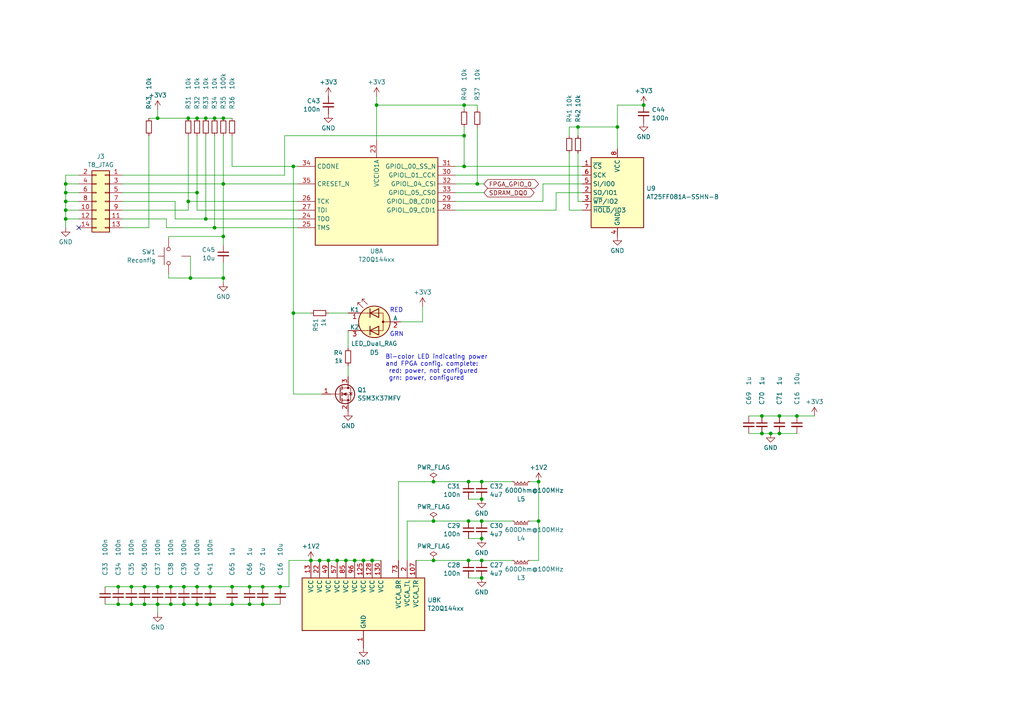
<source format=kicad_sch>
(kicad_sch (version 20230121) (generator eeschema)
  (paper "A4")
  (lib_symbols
    (symbol "Connector_Generic:Conn_02x07_Odd_Even" (pin_names (offset 1.016) hide)
      (property "Reference" "J" (at 1.27 10.16 0))
      (property "Value" "Conn_02x07_Odd_Even" (at 1.27 -10.16 0))
      (symbol "Conn_02x07_Odd_Even_1_1"
        (pin passive line (at -5.08 7.62 0) (length 3.81) (name "Pin_1") (number "1"))
        (pin passive line (at 7.62 -2.54 180) (length 3.81) (name "Pin_10") (number "10"))
        (pin passive line (at -5.08 -5.08 0) (length 3.81) (name "Pin_11") (number "11"))
        (pin passive line (at 7.62 -5.08 180) (length 3.81) (name "Pin_12") (number "12"))
        (pin passive line (at -5.08 -7.62 0) (length 3.81) (name "Pin_13") (number "13"))
        (pin passive line (at 7.62 -7.62 180) (length 3.81) (name "Pin_14") (number "14"))
        (pin passive line (at 7.62 7.62 180) (length 3.81) (name "Pin_2") (number "2"))
        (pin passive line (at -5.08 5.08 0) (length 3.81) (name "Pin_3") (number "3"))
        (pin passive line (at 7.62 5.08 180) (length 3.81) (name "Pin_4") (number "4"))
        (pin passive line (at -5.08 2.54 0) (length 3.81) (name "Pin_5") (number "5"))
        (pin passive line (at 7.62 2.54 180) (length 3.81) (name "Pin_6") (number "6"))
        (pin passive line (at -5.08 0 0) (length 3.81) (name "Pin_7") (number "7"))
        (pin passive line (at 7.62 0 180) (length 3.81) (name "Pin_8") (number "8"))
        (pin passive line (at -5.08 -2.54 0) (length 3.81) (name "Pin_9") (number "9"))
      )
    )
    (symbol "Device:C_Small" (pin_numbers hide) (pin_names (offset 0.254) hide)
      (property "Reference" "C" (at 0.254 1.778 0))
      (property "Value" "C_Small" (at 0.254 -2.032 0))
      (symbol "C_Small_1_1"
        (pin passive line (at 0 2.54 270) (length 2.032) (name "~") (number "1"))
        (pin passive line (at 0 -2.54 90) (length 2.032) (name "~") (number "2"))
      )
    )
    (symbol "Device:LED_Dual_KAK" (pin_names (offset 0))
      (property "Reference" "D" (at 0 5.715 0))
      (property "Value" "LED_Dual_KAK" (at 0 -6.35 0))
      (symbol "LED_Dual_KAK_1_1"
        (pin input line (at 7.62 2.54 180) (length 3.81) (name "K1") (number "1"))
        (pin input line (at -7.62 0 0) (length 3.048) (name "A") (number "2"))
        (pin input line (at 7.62 -2.54 180) (length 3.81) (name "K2") (number "3"))
      )
    )
    (symbol "Device:L_Ferrite_Small" (pin_numbers hide) (pin_names (offset 0.254) hide)
      (property "Reference" "L" (at 1.27 1.016 0))
      (property "Value" "L_Ferrite_Small" (at 1.27 -1.27 0))
      (symbol "L_Ferrite_Small_1_1"
        (pin passive line (at 0 2.54 270) (length 0.508) (name "~") (number "1"))
        (pin passive line (at 0 -2.54 90) (length 0.508) (name "~") (number "2"))
      )
    )
    (symbol "Device:Q_NMOS_GSD" (pin_names (offset 0) hide)
      (property "Reference" "Q" (at 5.08 1.27 0))
      (property "Value" "Q_NMOS_GSD" (at 5.08 -1.27 0))
      (symbol "Q_NMOS_GSD_1_1"
        (pin input line (at -5.08 0 0) (length 2.54) (name "G") (number "1"))
        (pin passive line (at 2.54 -5.08 90) (length 2.54) (name "S") (number "2"))
        (pin passive line (at 2.54 5.08 270) (length 2.54) (name "D") (number "3"))
      )
    )
    (symbol "Device:R_Small" (pin_numbers hide) (pin_names (offset 0.254) hide)
      (property "Reference" "R" (at 0.762 0.508 0))
      (property "Value" "R_Small" (at 0.762 -1.016 0))
      (symbol "R_Small_1_1"
        (pin passive line (at 0 2.54 270) (length 0.762) (name "~") (number "1"))
        (pin passive line (at 0 -2.54 90) (length 0.762) (name "~") (number "2"))
      )
    )
    (symbol "FPGA_Efinix_Trion:T8Q144xx"
      (property "Reference" "U" (at -24.13 16.51 0))
      (property "Value" "T8Q144xx" (at 19.05 -16.51 0))
      (symbol "T8Q144xx_1_1"
        (pin power_in line (at 0 17.78 270) (length 5.08) (name "VCCIO1A") (number "23"))
        (pin output line (at -22.86 -5.08 0) (length 5.08) (name "TDO") (number "24"))
        (pin input line (at -22.86 -7.62 0) (length 5.08) (name "TMS") (number "25"))
        (pin input line (at -22.86 0 0) (length 5.08) (name "TCK") (number "26"))
        (pin input line (at -22.86 -2.54 0) (length 5.08) (name "TDI") (number "27"))
        (pin bidirectional line (at 22.86 -2.54 180) (length 5.08) (name "GPIOL_09_CDI1") (number "28"))
        (pin bidirectional line (at 22.86 0 180) (length 5.08) (name "GPIOL_08_CDI0") (number "29"))
        (pin bidirectional line (at 22.86 7.62 180) (length 5.08) (name "GPIOL_01_CCK") (number "30"))
        (pin bidirectional line (at 22.86 10.16 180) (length 5.08) (name "GPIOL_00_SS_N") (number "31"))
        (pin bidirectional line (at 22.86 5.08 180) (length 5.08) (name "GPIOL_04_CSI") (number "32"))
        (pin bidirectional line (at 22.86 2.54 180) (length 5.08) (name "GPIOL_05_CSO") (number "33"))
        (pin bidirectional line (at -22.86 10.16 0) (length 5.08) (name "CDONE") (number "34"))
        (pin bidirectional line (at -22.86 5.08 0) (length 5.08) (name "CRESET_N") (number "35"))
      )
      (symbol "T8Q144xx_2_1"
        (pin bidirectional line (at 27.94 0 180) (length 5.08) (name "GPIOL_25_CLK1") (number "14"))
        (pin bidirectional line (at 27.94 2.54 180) (length 5.08) (name "GPIOL_24_CLK0") (number "15"))
        (pin bidirectional line (at 27.94 5.08 180) (length 5.08) (name "GPIOL_22_CTRL2") (number "16"))
        (pin bidirectional line (at -27.94 -2.54 0) (length 5.08) (name "GPIOL_21_CTRL1_CDI5") (number "17"))
        (pin bidirectional line (at -27.94 0 0) (length 5.08) (name "GPIOL_20_CTRL0_CDI4") (number "18"))
        (pin bidirectional line (at -27.94 2.54 0) (length 5.08) (name "GPIOL_13_CDI3") (number "19"))
        (pin bidirectional line (at -27.94 5.08 0) (length 5.08) (name "GPIOL_12_CDI2") (number "20"))
        (pin power_in line (at 0 12.7 270) (length 5.08) (name "VCCIO1B") (number "21"))
      )
      (symbol "T8Q144xx_3_1"
        (pin bidirectional line (at -27.94 2.54 0) (length 5.08) (name "GPIOL_32_CTRL4_CDI7") (number "10"))
        (pin bidirectional line (at -27.94 5.08 0) (length 5.08) (name "GPIOL_31_CLK7_CDI6") (number "11"))
        (pin power_in line (at 0 12.7 270) (length 5.08) (name "VCCIO1C_1D") (number "12"))
        (pin bidirectional line (at 27.94 2.54 180) (length 5.08) (name "GPIOL_53_CDI10") (number "3"))
        (pin bidirectional line (at 27.94 0 180) (length 5.08) (name "GPIOL_54_CDI11") (number "4"))
        (pin bidirectional line (at 27.94 5.08 180) (length 5.08) (name "GPIOL_46") (number "6"))
        (pin bidirectional line (at -27.94 -2.54 0) (length 5.08) (name "GPIOL_41_CDI9") (number "7"))
        (pin bidirectional line (at -27.94 0 0) (length 5.08) (name "GPIOL_40_CDI8") (number "8"))
      )
      (symbol "T8Q144xx_4_1"
        (pin bidirectional line (at 30.48 -5.08 180) (length 5.08) (name "GPIOL_75_PLLIN1") (number "131"))
        (pin bidirectional line (at 30.48 -2.54 180) (length 5.08) (name "GPIOL_74_PLLIN0") (number "132"))
        (pin bidirectional line (at 30.48 0 180) (length 5.08) (name "GPIOL_73_EXTFB1_CDI15") (number "134"))
        (pin bidirectional line (at 30.48 2.54 180) (length 5.08) (name "GPIOL_72_EXTFB0_CDI14") (number "135"))
        (pin bidirectional line (at 30.48 5.08 180) (length 5.08) (name "GPIOL_71_NSTATUS") (number "136"))
        (pin bidirectional line (at 30.48 7.62 180) (length 5.08) (name "GPIOL_70_CBSEL0") (number "137"))
        (pin bidirectional line (at -30.48 -5.08 0) (length 5.08) (name "GPIOL_69_CBSEL1") (number "138"))
        (pin bidirectional line (at -30.48 -2.54 0) (length 5.08) (name "GPIOL_68") (number "139"))
        (pin bidirectional line (at -30.48 0 0) (length 5.08) (name "GPIOL_67_CDI13") (number "140"))
        (pin bidirectional line (at -30.48 5.08 0) (length 5.08) (name "GPIOL_65") (number "141"))
        (pin bidirectional line (at -30.48 2.54 0) (length 5.08) (name "GPIOL_66_CDI12") (number "142"))
        (pin power_in line (at 0 15.24 270) (length 5.08) (name "VCCIO1E") (number "143"))
        (pin bidirectional line (at -30.48 7.62 0) (length 5.08) (name "GPIOL_64") (number "144"))
      )
      (symbol "T8Q144xx_5_1"
        (pin bidirectional line (at 30.48 -5.08 180) (length 5.08) (name "GPIOR_88_CDI28") (number "109"))
        (pin bidirectional line (at 30.48 -2.54 180) (length 5.08) (name "GPIOR_87_CDI29") (number "110"))
        (pin bidirectional line (at 30.48 2.54 180) (length 5.08) (name "GPIOR_85") (number "111"))
        (pin bidirectional line (at 30.48 0 180) (length 5.08) (name "GPIOR_86") (number "112"))
        (pin bidirectional line (at 30.48 5.08 180) (length 5.08) (name "GPIOR_84") (number "113"))
        (pin bidirectional line (at 30.48 7.62 180) (length 5.08) (name "GPIOR_83") (number "114"))
        (pin bidirectional line (at -30.48 -7.62 0) (length 5.08) (name "GPIOR_82") (number "115"))
        (pin bidirectional line (at -30.48 -5.08 0) (length 5.08) (name "GPIOR_81_MREFCLK") (number "116"))
        (pin bidirectional line (at -30.48 -2.54 0) (length 5.08) (name "GPIOR_80") (number "117"))
        (pin bidirectional line (at -30.48 0 0) (length 5.08) (name "GPIOR_79_EXTFB1_CDI30") (number "118"))
        (pin bidirectional line (at -30.48 2.54 0) (length 5.08) (name "GPIOR_78_EXTFB0_CDI31") (number "119"))
        (pin power_in line (at 0 15.24 270) (length 5.08) (name "VCCIO3A") (number "122"))
        (pin bidirectional line (at -30.48 5.08 0) (length 5.08) (name "GPIOR_77_PLLIN1") (number "123"))
        (pin bidirectional line (at -30.48 7.62 0) (length 5.08) (name "GPIOR_76_PLLIN0") (number "124"))
      )
      (symbol "T8Q144xx_6_1"
        (pin bidirectional line (at 30.48 5.08 180) (length 5.08) (name "GPIOR_113_CDI22") (number "100"))
        (pin bidirectional line (at -30.48 -5.08 0) (length 5.08) (name "GPIOR_112_CDI23") (number "101"))
        (pin bidirectional line (at -30.48 2.54 0) (length 5.08) (name "GPIOR_105_CDI24") (number "102"))
        (pin bidirectional line (at -30.48 5.08 0) (length 5.08) (name "GPIOR_104_CDI25") (number "103"))
        (pin bidirectional line (at -30.48 -2.54 0) (length 5.08) (name "GPIOR_95_CDI26") (number "105"))
        (pin bidirectional line (at -30.48 0 0) (length 5.08) (name "GPIOR_94_CDI27") (number "106"))
        (pin bidirectional line (at 30.48 -5.08 180) (length 5.08) (name "GPIOR_123_CLK12_CDI20") (number "93"))
        (pin power_in line (at 0 12.7 270) (length 5.08) (name "VCCIO3B_3C") (number "95"))
        (pin bidirectional line (at 30.48 -2.54 180) (length 5.08) (name "GPIOR_122_CLK13_CDI21") (number "97"))
        (pin bidirectional line (at 30.48 0 180) (length 5.08) (name "GPIOR_117_CTRL14") (number "98"))
        (pin bidirectional line (at 30.48 2.54 180) (length 5.08) (name "GPIOR_116_CTRL15") (number "99"))
      )
      (symbol "T8Q144xx_7_1"
        (pin bidirectional line (at 27.94 -2.54 180) (length 5.08) (name "GPIOR_139") (number "81"))
        (pin bidirectional line (at 27.94 0 180) (length 5.08) (name "GPIOR_138") (number "82"))
        (pin bidirectional line (at 27.94 2.54 180) (length 5.08) (name "GPIOR_136_CDI16") (number "83"))
        (pin bidirectional line (at 27.94 5.08 180) (length 5.08) (name "GPIOR_135_CDI17") (number "84"))
        (pin bidirectional line (at -27.94 -5.08 0) (length 5.08) (name "GPIOR_133_CDI18") (number "86"))
        (pin bidirectional line (at -27.94 -2.54 0) (length 5.08) (name "GPIOR_132_CDI19") (number "87"))
        (pin bidirectional line (at -27.94 0 0) (length 5.08) (name "GPIOR_129_CTRL10") (number "89"))
        (pin bidirectional line (at -27.94 2.54 0) (length 5.08) (name "GPIOR_128_CTRL11") (number "90"))
        (pin power_in line (at 0 12.7 270) (length 5.08) (name "VCCIO3D") (number "91"))
        (pin bidirectional line (at -27.94 5.08 0) (length 5.08) (name "GPIOR_125_CLK10") (number "92"))
      )
      (symbol "T8Q144xx_8_1"
        (pin bidirectional line (at 27.94 0 180) (length 5.08) (name "GPIOR_158_TEST_N") (number "74"))
        (pin bidirectional line (at 27.94 2.54 180) (length 5.08) (name "GPIOR_157_PLLIN") (number "75"))
        (pin bidirectional line (at 27.94 5.08 180) (length 5.08) (name "GPIOR_155") (number "76"))
        (pin bidirectional line (at -27.94 -2.54 0) (length 5.08) (name "GPIOR_154") (number "77"))
        (pin bidirectional line (at -27.94 0 0) (length 5.08) (name "GPIOR_151_CBUS0") (number "78"))
        (pin bidirectional line (at -27.94 2.54 0) (length 5.08) (name "GPIOR_150_CBUS1") (number "79"))
        (pin bidirectional line (at -27.94 5.08 0) (length 5.08) (name "GPIOR_149_CBUS2") (number "80"))
        (pin power_in line (at 0 12.7 270) (length 5.08) (name "VCCIO3E") (number "88"))
      )
      (symbol "T8Q144xx_9_1"
        (pin bidirectional line (at -30.48 5.08 0) (length 5.08) (name "GPIOB_RXP00") (number "55"))
        (pin bidirectional line (at -30.48 2.54 0) (length 5.08) (name "GPIOB_RXN00") (number "56"))
        (pin bidirectional line (at -30.48 -2.54 0) (length 5.08) (name "GPIOB_RXP02") (number "58"))
        (pin bidirectional line (at -30.48 -5.08 0) (length 5.08) (name "GPIOB_RXN02") (number "59"))
        (pin bidirectional line (at -30.48 -12.7 0) (length 5.08) (name "GPIOB_RXN03") (number "60"))
        (pin bidirectional line (at -30.48 -10.16 0) (length 5.08) (name "GPIOB_RXP03") (number "61"))
        (pin power_in line (at 0 20.32 270) (length 5.08) (name "VCCIO4A") (number "62"))
        (pin passive line (at 0 20.32 270) (length 5.08) hide (name "VCCIO4A") (number "63"))
        (pin bidirectional line (at 30.48 10.16 180) (length 5.08) (name "GPIOB_RXN07") (number "65"))
        (pin bidirectional line (at 30.48 12.7 180) (length 5.08) (name "GPIOB_RXP07") (number "66"))
        (pin bidirectional line (at 30.48 5.08 180) (length 5.08) (name "GPIOB_RXP10") (number "67"))
        (pin bidirectional line (at 30.48 2.54 180) (length 5.08) (name "GPIOB_RXN10") (number "68"))
        (pin bidirectional line (at 30.48 -5.08 180) (length 5.08) (name "GPIOB_RXN12_EXTFB0") (number "69"))
        (pin bidirectional line (at 30.48 -2.54 180) (length 5.08) (name "GPIOB_RXP12_EXTFB0") (number "70"))
        (pin bidirectional line (at -30.48 12.7 0) (length 5.08) (name "GPIOB_CLKP0") (number "71"))
        (pin bidirectional line (at -30.48 10.16 0) (length 5.08) (name "GPIOB_CLKN0") (number "72"))
      )
      (symbol "T8Q144xx_10_1"
        (pin passive line (at -22.86 -10.16 0) (length 5.08) (name "REF_RES") (number "36"))
        (pin bidirectional line (at -22.86 12.7 0) (length 5.08) (name "GPIOB_TXP00") (number "38"))
        (pin bidirectional line (at -22.86 10.16 0) (length 5.08) (name "GPIOB_TXN00") (number "39"))
        (pin bidirectional line (at -22.86 5.08 0) (length 5.08) (name "GPIOB_TXP02") (number "40"))
        (pin bidirectional line (at -22.86 2.54 0) (length 5.08) (name "GPIOB_TXN02") (number "41"))
        (pin bidirectional line (at -22.86 -2.54 0) (length 5.08) (name "GPIOB_TXP04") (number "42"))
        (pin bidirectional line (at -22.86 -5.08 0) (length 5.08) (name "GPIOB_TXN04") (number "43"))
        (pin bidirectional line (at 22.86 12.7 180) (length 5.08) (name "GPIOB_TXP06") (number "45"))
        (pin bidirectional line (at 22.86 10.16 180) (length 5.08) (name "GPIOB_TXN06") (number "46"))
        (pin bidirectional line (at 22.86 5.08 180) (length 5.08) (name "GPIOB_TXP09") (number "47"))
        (pin bidirectional line (at 22.86 2.54 180) (length 5.08) (name "GPIOB_TXN09") (number "48"))
        (pin power_in line (at 0 20.32 270) (length 5.08) (name "VCCIO4B") (number "51"))
        (pin passive line (at 0 20.32 270) (length 5.08) hide (name "VCCIO4B") (number "52"))
        (pin bidirectional line (at 22.86 -2.54 180) (length 5.08) (name "GPIOB_TXP11") (number "53"))
        (pin bidirectional line (at 22.86 -5.08 180) (length 5.08) (name "GPIOB_TXN11") (number "54"))
      )
      (symbol "T8Q144xx_11_1"
        (pin power_in line (at 0 -12.7 90) (length 5.08) (name "GND") (number "1"))
        (pin passive line (at 0 -12.7 90) (length 5.08) hide (name "GND") (number "104"))
        (pin power_in line (at 15.24 12.7 270) (length 5.08) (name "VCCA_TR") (number "107"))
        (pin passive line (at 0 -12.7 90) (length 5.08) hide (name "GND") (number "108"))
        (pin passive line (at 0 -12.7 90) (length 5.08) hide (name "GND") (number "120"))
        (pin passive line (at 0 -12.7 90) (length 5.08) hide (name "GND") (number "121"))
        (pin power_in line (at 0 12.7 270) (length 5.08) (name "VCC") (number "125"))
        (pin passive line (at 0 -12.7 90) (length 5.08) hide (name "GND") (number "126"))
        (pin passive line (at 0 -12.7 90) (length 5.08) hide (name "GND") (number "127"))
        (pin power_in line (at 2.54 12.7 270) (length 5.08) (name "VCC") (number "128"))
        (pin passive line (at 0 -12.7 90) (length 5.08) hide (name "GND") (number "129"))
        (pin power_in line (at -15.24 12.7 270) (length 5.08) (name "VCC") (number "13"))
        (pin power_in line (at 5.08 12.7 270) (length 5.08) (name "VCC") (number "130"))
        (pin passive line (at 0 -12.7 90) (length 5.08) hide (name "GND") (number "133"))
        (pin power_in line (at 12.7 12.7 270) (length 5.08) (name "VCCA_TL") (number "2"))
        (pin power_in line (at -12.7 12.7 270) (length 5.08) (name "VCC") (number "22"))
        (pin passive line (at 0 -12.7 90) (length 5.08) hide (name "GND") (number "37"))
        (pin passive line (at 0 -12.7 90) (length 5.08) hide (name "GND") (number "44"))
        (pin power_in line (at -10.16 12.7 270) (length 5.08) (name "VCC") (number "49"))
        (pin passive line (at 0 -12.7 90) (length 5.08) hide (name "GND") (number "5"))
        (pin passive line (at 0 -12.7 90) (length 5.08) hide (name "GND") (number "50"))
        (pin power_in line (at -7.62 12.7 270) (length 5.08) (name "VCC") (number "57"))
        (pin passive line (at 0 -12.7 90) (length 5.08) hide (name "GND") (number "64"))
        (pin power_in line (at 10.16 12.7 270) (length 5.08) (name "VCCA_BR") (number "73"))
        (pin power_in line (at -5.08 12.7 270) (length 5.08) (name "VCC") (number "85"))
        (pin passive line (at 0 -12.7 90) (length 5.08) hide (name "GND") (number "9"))
        (pin passive line (at 0 -12.7 90) (length 5.08) hide (name "GND") (number "94"))
        (pin power_in line (at -2.54 12.7 270) (length 5.08) (name "VCC") (number "96"))
      )
    )
    (symbol "Memory_Flash:AT25SF081-SSHD-X"
      (property "Reference" "U" (at -6.35 11.43 0))
      (property "Value" "AT25SF081-SSHD-X" (at 11.43 11.43 0))
      (symbol "AT25SF081-SSHD-X_1_1"
        (pin input line (at -10.16 7.62 0) (length 2.54) (name "~{CS}") (number "1"))
        (pin bidirectional line (at -10.16 0 0) (length 2.54) (name "SO/IO1") (number "2"))
        (pin bidirectional line (at -10.16 -2.54 0) (length 2.54) (name "~{WP}/IO2") (number "3"))
        (pin power_in line (at 0 -12.7 90) (length 2.54) (name "GND") (number "4"))
        (pin bidirectional line (at -10.16 2.54 0) (length 2.54) (name "SI/IO0") (number "5"))
        (pin input line (at -10.16 5.08 0) (length 2.54) (name "SCK") (number "6"))
        (pin bidirectional line (at -10.16 -5.08 0) (length 2.54) (name "~{HOLD}/IO3") (number "7"))
        (pin power_in line (at 0 12.7 270) (length 2.54) (name "VCC") (number "8"))
      )
    )
    (symbol "fmc:SW_Push_Shielded" (pin_numbers hide) (pin_names (offset 1.016) hide)
      (property "Reference" "SW" (at 1.27 2.54 0))
      (property "Value" "SW_Push_Shielded" (at 0 -1.524 0))
      (symbol "SW_Push_Shielded_0_1"
        (pin passive line (at -5.08 0 0) (length 2.54) (name "1") (number "1"))
        (pin passive line (at 5.08 0 180) (length 2.54) (name "2") (number "2"))
      )
      (symbol "SW_Push_Shielded_1_1"
        (pin power_in line (at 0 -6.35 90) (length 2.54) (name "Shield") (number "3"))
      )
    )
    (symbol "power:+1V2" (power) (pin_names (offset 0))
      (property "Value" "+1V2" (at 0 3.556 0))
      (symbol "+1V2_1_1"
        (pin power_in line (at 0 0 90) (length 0) hide (name "+1V2") (number "1"))
      )
    )
    (symbol "power:+3V3" (power) (pin_names (offset 0))
      (property "Value" "+3V3" (at 0 3.556 0))
      (symbol "+3V3_1_1"
        (pin power_in line (at 0 0 90) (length 0) hide (name "+3V3") (number "1"))
      )
    )
    (symbol "power:GND" (power) (pin_names (offset 0))
      (property "Value" "GND" (at 0 -3.81 0))
      (symbol "GND_1_1"
        (pin power_in line (at 0 0 270) (length 0) hide (name "GND") (number "1"))
      )
    )
    (symbol "power:PWR_FLAG" (power) (pin_numbers hide) (pin_names (offset 0) hide)
      (property "Value" "PWR_FLAG" (at 0 3.81 0))
      (symbol "PWR_FLAG_0_0"
        (pin power_out line (at 0 0 90) (length 0) (name "pwr") (number "1"))
      )
    )
  )
  (junction (at 45.72 175.26))
  (junction (at 38.1 175.26))
  (junction (at 59.69 34.29))
  (junction (at 60.96 170.18))
  (junction (at 125.73 151.13))
  (junction (at 57.15 175.26))
  (junction (at 223.52 125.73))
  (junction (at 125.73 162.56))
  (junction (at 139.7 167.64))
  (junction (at 57.15 170.18))
  (junction (at 72.39 175.26))
  (junction (at 45.72 34.29))
  (junction (at 105.41 162.56))
  (junction (at 102.87 162.56))
  (junction (at 220.98 125.73))
  (junction (at 62.23 66.04))
  (junction (at 19.05 53.34))
  (junction (at 107.95 162.56))
  (junction (at 53.34 175.26))
  (junction (at 135.89 162.56))
  (junction (at 138.43 53.34))
  (junction (at 156.21 139.7))
  (junction (at 186.69 30.48))
  (junction (at 139.7 139.7))
  (junction (at 64.77 53.34))
  (junction (at 85.09 48.26))
  (junction (at 19.05 55.88))
  (junction (at 135.89 151.13))
  (junction (at 64.77 68.58))
  (junction (at 97.79 162.56))
  (junction (at 139.7 144.78))
  (junction (at 92.71 162.56))
  (junction (at 57.15 34.29))
  (junction (at 55.245 80.645))
  (junction (at 135.89 139.7))
  (junction (at 45.72 170.18))
  (junction (at 231.14 120.65))
  (junction (at 54.61 58.42))
  (junction (at 139.7 156.21))
  (junction (at 19.05 63.5))
  (junction (at 19.05 60.96))
  (junction (at 49.53 175.26))
  (junction (at 95.25 162.56))
  (junction (at 67.31 175.26))
  (junction (at 64.77 80.645))
  (junction (at 134.62 30.48))
  (junction (at 64.77 34.29))
  (junction (at 62.23 34.29))
  (junction (at 59.69 63.5))
  (junction (at 81.28 170.18))
  (junction (at 34.29 170.18))
  (junction (at 220.98 120.65))
  (junction (at 156.21 151.13))
  (junction (at 72.39 170.18))
  (junction (at 53.34 170.18))
  (junction (at 76.2 175.26))
  (junction (at 41.91 175.26))
  (junction (at 179.07 36.83))
  (junction (at 54.61 34.29))
  (junction (at 67.31 170.18))
  (junction (at 109.22 30.48))
  (junction (at 226.06 125.73))
  (junction (at 76.2 170.18))
  (junction (at 49.53 170.18))
  (junction (at 167.64 36.83))
  (junction (at 60.96 175.26))
  (junction (at 134.62 48.26))
  (junction (at 41.91 170.18))
  (junction (at 90.17 162.56))
  (junction (at 85.09 90.805))
  (junction (at 226.06 120.65))
  (junction (at 100.33 162.56))
  (junction (at 139.7 151.13))
  (junction (at 57.15 55.88))
  (junction (at 139.7 162.56))
  (junction (at 38.1 170.18))
  (junction (at 134.62 39.37))
  (junction (at 34.29 175.26))
  (junction (at 125.73 139.7))
  (junction (at 19.05 58.42))
  (no_connect (at 22.86 66.04))
  (wire (pts (xy 115.57 162.56) (xy 115.57 139.7)))
  (wire (pts (xy 120.65 162.56) (xy 125.73 162.56)))
  (wire (pts (xy 115.57 139.7) (xy 125.73 139.7)))
  (wire (pts (xy 125.73 162.56) (xy 135.89 162.56)))
  (wire (pts (xy 85.09 90.805) (xy 85.09 48.26)))
  (wire (pts (xy 85.09 90.805) (xy 90.17 90.805)))
  (wire (pts (xy 148.59 162.56) (xy 139.7 162.56)))
  (wire (pts (xy 62.23 66.04) (xy 86.36 66.04)))
  (wire (pts (xy 34.29 175.26) (xy 38.1 175.26)))
  (wire (pts (xy 93.345 114.3) (xy 85.09 114.3)))
  (wire (pts (xy 109.22 30.48) (xy 109.22 27.94)))
  (wire (pts (xy 139.7 151.13) (xy 135.89 151.13)))
  (wire (pts (xy 100.965 109.22) (xy 100.965 106.045)))
  (wire (pts (xy 35.56 55.88) (xy 57.15 55.88)))
  (wire (pts (xy 138.43 53.34) (xy 138.43 36.83)))
  (wire (pts (xy 97.79 162.56) (xy 100.33 162.56)))
  (wire (pts (xy 60.96 170.18) (xy 67.31 170.18)))
  (wire (pts (xy 134.62 30.48) (xy 109.22 30.48)))
  (wire (pts (xy 165.1 44.45) (xy 165.1 60.96)))
  (wire (pts (xy 153.67 139.7) (xy 156.21 139.7)))
  (wire (pts (xy 83.82 162.56) (xy 90.17 162.56)))
  (wire (pts (xy 60.96 175.26) (xy 67.31 175.26)))
  (wire (pts (xy 35.56 66.04) (xy 43.18 66.04)))
  (wire (pts (xy 226.06 120.65) (xy 231.14 120.65)))
  (wire (pts (xy 156.21 162.56) (xy 153.67 162.56)))
  (wire (pts (xy 217.17 125.73) (xy 220.98 125.73)))
  (wire (pts (xy 54.61 39.37) (xy 54.61 58.42)))
  (wire (pts (xy 134.62 30.48) (xy 134.62 31.75)))
  (wire (pts (xy 90.17 162.56) (xy 92.71 162.56)))
  (wire (pts (xy 35.56 53.34) (xy 64.77 53.34)))
  (wire (pts (xy 64.77 34.29) (xy 67.31 34.29)))
  (wire (pts (xy 57.15 60.96) (xy 86.36 60.96)))
  (wire (pts (xy 45.72 175.26) (xy 45.72 177.8)))
  (wire (pts (xy 161.29 55.88) (xy 161.29 60.96)))
  (wire (pts (xy 165.1 60.96) (xy 168.91 60.96)))
  (wire (pts (xy 81.28 170.18) (xy 83.82 170.18)))
  (wire (pts (xy 148.59 151.13) (xy 139.7 151.13)))
  (wire (pts (xy 38.1 170.18) (xy 41.91 170.18)))
  (wire (pts (xy 76.2 170.18) (xy 81.28 170.18)))
  (wire (pts (xy 92.71 162.56) (xy 95.25 162.56)))
  (wire (pts (xy 67.31 48.26) (xy 85.09 48.26)))
  (wire (pts (xy 53.34 170.18) (xy 57.15 170.18)))
  (wire (pts (xy 57.15 170.18) (xy 60.96 170.18)))
  (wire (pts (xy 19.05 55.88) (xy 19.05 53.34)))
  (wire (pts (xy 134.62 36.83) (xy 134.62 39.37)))
  (wire (pts (xy 156.21 139.7) (xy 156.21 151.13)))
  (wire (pts (xy 22.86 60.96) (xy 19.05 60.96)))
  (wire (pts (xy 138.43 30.48) (xy 134.62 30.48)))
  (wire (pts (xy 34.29 170.18) (xy 38.1 170.18)))
  (wire (pts (xy 125.73 151.13) (xy 135.89 151.13)))
  (wire (pts (xy 67.31 175.26) (xy 72.39 175.26)))
  (wire (pts (xy 148.59 139.7) (xy 139.7 139.7)))
  (wire (pts (xy 41.91 175.26) (xy 45.72 175.26)))
  (wire (pts (xy 135.89 156.21) (xy 139.7 156.21)))
  (wire (pts (xy 118.11 151.13) (xy 125.73 151.13)))
  (wire (pts (xy 167.64 44.45) (xy 167.64 58.42)))
  (wire (pts (xy 50.8 58.42) (xy 50.8 63.5)))
  (wire (pts (xy 19.05 50.8) (xy 22.86 50.8)))
  (wire (pts (xy 57.15 55.88) (xy 57.15 60.96)))
  (wire (pts (xy 125.73 139.7) (xy 135.89 139.7)))
  (wire (pts (xy 138.43 31.75) (xy 138.43 30.48)))
  (wire (pts (xy 35.56 50.8) (xy 82.55 50.8)))
  (wire (pts (xy 57.15 34.29) (xy 59.69 34.29)))
  (wire (pts (xy 72.39 170.18) (xy 76.2 170.18)))
  (wire (pts (xy 43.18 34.29) (xy 45.72 34.29)))
  (wire (pts (xy 62.23 39.37) (xy 62.23 66.04)))
  (wire (pts (xy 116.205 93.345) (xy 122.555 93.345)))
  (wire (pts (xy 186.69 30.48) (xy 179.07 30.48)))
  (wire (pts (xy 48.895 79.375) (xy 48.895 80.645)))
  (wire (pts (xy 19.05 60.96) (xy 19.05 58.42)))
  (wire (pts (xy 35.56 58.42) (xy 50.8 58.42)))
  (wire (pts (xy 49.53 175.26) (xy 53.34 175.26)))
  (wire (pts (xy 54.61 58.42) (xy 86.36 58.42)))
  (wire (pts (xy 167.64 58.42) (xy 168.91 58.42)))
  (wire (pts (xy 57.15 175.26) (xy 60.96 175.26)))
  (wire (pts (xy 62.23 34.29) (xy 64.77 34.29)))
  (wire (pts (xy 157.48 53.34) (xy 168.91 53.34)))
  (wire (pts (xy 135.89 139.7) (xy 139.7 139.7)))
  (wire (pts (xy 59.69 39.37) (xy 59.69 63.5)))
  (wire (pts (xy 22.86 58.42) (xy 19.05 58.42)))
  (wire (pts (xy 64.77 39.37) (xy 64.77 53.34)))
  (wire (pts (xy 35.56 63.5) (xy 48.26 63.5)))
  (wire (pts (xy 139.7 162.56) (xy 135.89 162.56)))
  (wire (pts (xy 45.72 175.26) (xy 49.53 175.26)))
  (wire (pts (xy 220.98 125.73) (xy 223.52 125.73)))
  (wire (pts (xy 107.95 162.56) (xy 110.49 162.56)))
  (wire (pts (xy 105.41 162.56) (xy 107.95 162.56)))
  (wire (pts (xy 85.09 48.26) (xy 86.36 48.26)))
  (wire (pts (xy 50.8 63.5) (xy 59.69 63.5)))
  (wire (pts (xy 220.98 120.65) (xy 226.06 120.65)))
  (wire (pts (xy 82.55 50.8) (xy 82.55 39.37)))
  (wire (pts (xy 231.14 120.65) (xy 236.22 120.65)))
  (wire (pts (xy 165.1 36.83) (xy 167.64 36.83)))
  (wire (pts (xy 83.82 170.18) (xy 83.82 162.56)))
  (wire (pts (xy 161.29 60.96) (xy 132.08 60.96)))
  (wire (pts (xy 157.48 58.42) (xy 157.48 53.34)))
  (wire (pts (xy 109.22 30.48) (xy 109.22 40.64)))
  (wire (pts (xy 43.18 66.04) (xy 43.18 39.37)))
  (wire (pts (xy 48.26 63.5) (xy 48.26 66.04)))
  (wire (pts (xy 217.17 120.65) (xy 220.98 120.65)))
  (wire (pts (xy 59.69 34.29) (xy 62.23 34.29)))
  (wire (pts (xy 57.15 39.37) (xy 57.15 55.88)))
  (wire (pts (xy 132.08 58.42) (xy 157.48 58.42)))
  (wire (pts (xy 138.43 53.34) (xy 140.335 53.34)))
  (wire (pts (xy 95.25 90.805) (xy 100.965 90.805)))
  (wire (pts (xy 139.7 167.64) (xy 135.89 167.64)))
  (wire (pts (xy 35.56 60.96) (xy 54.61 60.96)))
  (wire (pts (xy 22.86 55.88) (xy 19.05 55.88)))
  (wire (pts (xy 134.62 48.26) (xy 132.08 48.26)))
  (wire (pts (xy 140.335 55.88) (xy 132.08 55.88)))
  (wire (pts (xy 67.31 39.37) (xy 67.31 48.26)))
  (wire (pts (xy 179.07 36.83) (xy 179.07 43.18)))
  (wire (pts (xy 48.895 68.58) (xy 64.77 68.58)))
  (wire (pts (xy 48.895 80.645) (xy 55.245 80.645)))
  (wire (pts (xy 82.55 39.37) (xy 134.62 39.37)))
  (wire (pts (xy 122.555 93.345) (xy 122.555 88.9)))
  (wire (pts (xy 85.09 114.3) (xy 85.09 90.805)))
  (wire (pts (xy 132.08 53.34) (xy 138.43 53.34)))
  (wire (pts (xy 167.64 36.83) (xy 167.64 39.37)))
  (wire (pts (xy 100.965 95.885) (xy 100.965 100.965)))
  (wire (pts (xy 223.52 125.73) (xy 226.06 125.73)))
  (wire (pts (xy 179.07 30.48) (xy 179.07 36.83)))
  (wire (pts (xy 134.62 48.26) (xy 168.91 48.26)))
  (wire (pts (xy 48.26 66.04) (xy 62.23 66.04)))
  (wire (pts (xy 95.25 162.56) (xy 97.79 162.56)))
  (wire (pts (xy 118.11 162.56) (xy 118.11 151.13)))
  (wire (pts (xy 156.21 151.13) (xy 153.67 151.13)))
  (wire (pts (xy 161.29 55.88) (xy 168.91 55.88)))
  (wire (pts (xy 19.05 66.04) (xy 19.05 63.5)))
  (wire (pts (xy 135.89 144.78) (xy 139.7 144.78)))
  (wire (pts (xy 19.05 63.5) (xy 19.05 60.96)))
  (wire (pts (xy 41.91 170.18) (xy 45.72 170.18)))
  (wire (pts (xy 30.48 170.18) (xy 34.29 170.18)))
  (wire (pts (xy 64.77 76.2) (xy 64.77 80.645)))
  (wire (pts (xy 226.06 125.73) (xy 231.14 125.73)))
  (wire (pts (xy 38.1 175.26) (xy 41.91 175.26)))
  (wire (pts (xy 55.245 80.645) (xy 64.77 80.645)))
  (wire (pts (xy 64.77 80.645) (xy 64.77 81.915)))
  (wire (pts (xy 132.08 50.8) (xy 168.91 50.8)))
  (wire (pts (xy 134.62 39.37) (xy 134.62 48.26)))
  (wire (pts (xy 22.86 63.5) (xy 19.05 63.5)))
  (wire (pts (xy 54.61 34.29) (xy 57.15 34.29)))
  (wire (pts (xy 64.77 53.34) (xy 86.36 53.34)))
  (wire (pts (xy 72.39 175.26) (xy 76.2 175.26)))
  (wire (pts (xy 76.2 175.26) (xy 81.28 175.26)))
  (wire (pts (xy 45.72 34.29) (xy 54.61 34.29)))
  (wire (pts (xy 54.61 60.96) (xy 54.61 58.42)))
  (wire (pts (xy 64.77 68.58) (xy 64.77 71.12)))
  (wire (pts (xy 53.34 175.26) (xy 57.15 175.26)))
  (wire (pts (xy 156.21 151.13) (xy 156.21 162.56)))
  (wire (pts (xy 64.77 53.34) (xy 64.77 68.58)))
  (wire (pts (xy 19.05 53.34) (xy 19.05 50.8)))
  (wire (pts (xy 49.53 170.18) (xy 53.34 170.18)))
  (wire (pts (xy 102.87 162.56) (xy 105.41 162.56)))
  (wire (pts (xy 48.895 69.215) (xy 48.895 68.58)))
  (wire (pts (xy 59.69 63.5) (xy 86.36 63.5)))
  (wire (pts (xy 100.33 162.56) (xy 102.87 162.56)))
  (wire (pts (xy 55.245 74.295) (xy 55.245 80.645)))
  (wire (pts (xy 165.1 39.37) (xy 165.1 36.83)))
  (wire (pts (xy 45.72 31.75) (xy 45.72 34.29)))
  (wire (pts (xy 45.72 170.18) (xy 49.53 170.18)))
  (wire (pts (xy 22.86 53.34) (xy 19.05 53.34)))
  (wire (pts (xy 67.31 170.18) (xy 72.39 170.18)))
  (wire (pts (xy 167.64 36.83) (xy 179.07 36.83)))
  (wire (pts (xy 30.48 175.26) (xy 34.29 175.26)))
  (wire (pts (xy 19.05 58.42) (xy 19.05 55.88)))
  (text "Bi-color LED indicating power\nand FPGA config. complete:\n red: power, not configured\n grn: power, configured" (at 111.76 110.49 0) (effects (font (size 1.27 1.27)) (justify left bottom)))
  (text "GRN" (at 113.03 97.79 0) (effects (font (size 1.27 1.27)) (justify left bottom)))
  (text "RED" (at 113.03 90.805 0) (effects (font (size 1.27 1.27)) (justify left bottom)))
  (global_label "FPGA_GPIO_0" (shape bidirectional) (at 140.335 53.34 0) (property "Intersheetrefs" "${INTERSHEET_REFS}" (effects hide)))
  (global_label "SDRAM_DQ0" (shape bidirectional) (at 140.335 55.88 0) (property "Intersheetrefs" "${INTERSHEET_REFS}" (effects hide)))
  (symbol (lib_id "Device:R_Small") (at 134.62 34.29 0) (unit 1)
    (property "Reference" "R40" (at 134.62 29.21 90) (effects (justify left)))
    (property "Value" "10k" (at 134.62 23.495 90) (effects (justify left)))
    (property "Footprint" "Resistor_SMD:R_0603_1608Metric" (effects hide))
  )
  (symbol (lib_id "Device:R_Small") (at 54.61 36.83 0) (unit 1)
    (property "Reference" "R31" (at 54.61 31.75 90) (effects (justify left)))
    (property "Value" "10k" (at 54.61 26.035 90) (effects (justify left)))
    (property "Footprint" "Resistor_SMD:R_0603_1608Metric" (effects hide))
  )
  (symbol (lib_id "Device:C_Small") (at 45.72 172.72 0) (mirror y) (unit 1)
    (property "Reference" "C37" (at 45.72 167.005 90) (effects (justify left)))
    (property "Value" "100n" (at 45.72 161.29 90) (effects (justify left)))
    (property "Footprint" "Capacitor_SMD:C_0603_1608Metric" (effects hide))
    (property "Manufacturer" "Samsung" (effects hide))
    (property "Part" "CL10B104KB8NFN" (effects hide))
  )
  (symbol (lib_id "Device:L_Ferrite_Small") (at 151.13 151.13 270) (unit 1)
    (property "Reference" "L4" (at 151.13 156.1633 90))
    (property "Value" "600Ohm@100MHz" (at 154.94 153.67 90))
    (property "Footprint" "Inductor_SMD:L_0603_1608Metric" (effects hide))
    (property "Manufacturer" "Laird" (effects hide))
    (property "Part" "MI0603J601R-10" (effects hide))
  )
  (symbol (lib_id "Device:C_Small") (at 53.34 172.72 0) (mirror y) (unit 1)
    (property "Reference" "C39" (at 53.34 167.005 90) (effects (justify left)))
    (property "Value" "100n" (at 53.34 161.29 90) (effects (justify left)))
    (property "Footprint" "Capacitor_SMD:C_0603_1608Metric" (effects hide))
    (property "Manufacturer" "Samsung" (effects hide))
    (property "Part" "CL10B104KB8NFN" (effects hide))
  )
  (symbol (lib_id "Device:R_Small") (at 138.43 34.29 0) (unit 1)
    (property "Reference" "R37" (at 138.43 29.21 90) (effects (justify left)))
    (property "Value" "10k" (at 138.43 23.495 90) (effects (justify left)))
    (property "Footprint" "Resistor_SMD:R_0603_1608Metric" (effects hide))
  )
  (symbol (lib_id "power:GND") (at 64.77 81.915 0) (unit 1)
    (property "Reference" "#PWR077" (effects hide))
    (property "Value" "GND" (at 64.77 86.0481 0))
  )
  (symbol (lib_id "Device:C_Small") (at 67.31 172.72 0) (mirror y) (unit 1)
    (property "Reference" "C65" (at 67.31 167.005 90) (effects (justify left)))
    (property "Value" "1u" (at 67.31 161.29 90) (effects (justify left)))
    (property "Footprint" "Capacitor_SMD:C_0805_2012Metric" (effects hide))
    (property "Manufacturer" "TDK" (effects hide))
    (property "Part" "CGA4J2X7R1C105K125AA" (effects hide))
  )
  (symbol (lib_id "Device:L_Ferrite_Small") (at 151.13 139.7 270) (unit 1)
    (property "Reference" "L5" (at 151.13 144.7333 90))
    (property "Value" "600Ohm@100MHz" (at 154.94 142.24 90))
    (property "Footprint" "Inductor_SMD:L_0603_1608Metric" (effects hide))
    (property "Manufacturer" "Laird" (effects hide))
    (property "Part" "MI0603J601R-10" (effects hide))
  )
  (symbol (lib_id "Device:C_Small") (at 226.06 123.19 0) (mirror y) (unit 1)
    (property "Reference" "C71" (at 226.06 117.475 90) (effects (justify left)))
    (property "Value" "1u" (at 226.06 111.76 90) (effects (justify left)))
    (property "Footprint" "Capacitor_SMD:C_0805_2012Metric" (effects hide))
    (property "Manufacturer" "TDK" (effects hide))
    (property "Part" "CGA4J2X7R1C105K125AA" (effects hide))
  )
  (symbol (lib_id "power:+3V3") (at 186.69 30.48 0) (unit 1)
    (property "Reference" "#PWR074" (effects hide))
    (property "Value" "+3V3" (at 186.69 26.3469 0))
  )
  (symbol (lib_id "Device:C_Small") (at 217.17 123.19 0) (mirror y) (unit 1)
    (property "Reference" "C69" (at 217.17 117.475 90) (effects (justify left)))
    (property "Value" "1u" (at 217.17 111.76 90) (effects (justify left)))
    (property "Footprint" "Capacitor_SMD:C_0805_2012Metric" (effects hide))
    (property "Manufacturer" "TDK" (effects hide))
    (property "Part" "CGA4J2X7R1C105K125AA" (effects hide))
  )
  (symbol (lib_id "power:GND") (at 139.7 144.78 0) (unit 1)
    (property "Reference" "#PWR058" (effects hide))
    (property "Value" "GND" (at 139.7 148.9131 0))
  )
  (symbol (lib_id "Device:C_Small") (at 49.53 172.72 0) (mirror y) (unit 1)
    (property "Reference" "C38" (at 49.53 167.005 90) (effects (justify left)))
    (property "Value" "100n" (at 49.53 161.29 90) (effects (justify left)))
    (property "Footprint" "Capacitor_SMD:C_0603_1608Metric" (effects hide))
    (property "Manufacturer" "Samsung" (effects hide))
    (property "Part" "CL10B104KB8NFN" (effects hide))
  )
  (symbol (lib_id "power:+3V3") (at 45.72 31.75 0) (unit 1)
    (property "Reference" "#PWR073" (effects hide))
    (property "Value" "+3V3" (at 45.72 27.6169 0))
  )
  (symbol (lib_id "power:PWR_FLAG") (at 125.73 139.7 0) (mirror y) (unit 1)
    (property "Reference" "#FLG08" (effects hide))
    (property "Value" "PWR_FLAG" (at 125.73 135.5669 0))
  )
  (symbol (lib_id "Device:C_Small") (at 220.98 123.19 0) (mirror y) (unit 1)
    (property "Reference" "C70" (at 220.98 117.475 90) (effects (justify left)))
    (property "Value" "1u" (at 220.98 111.76 90) (effects (justify left)))
    (property "Footprint" "Capacitor_SMD:C_0805_2012Metric" (effects hide))
    (property "Manufacturer" "TDK" (effects hide))
    (property "Part" "CGA4J2X7R1C105K125AA" (effects hide))
  )
  (symbol (lib_id "power:GND") (at 223.52 125.73 0) (unit 1)
    (property "Reference" "#PWR0129" (effects hide))
    (property "Value" "GND" (at 223.52 129.8631 0))
  )
  (symbol (lib_id "Device:C_Small") (at 186.69 33.02 0) (unit 1)
    (property "Reference" "C44" (at 189.0141 31.8142 0) (effects (justify left)))
    (property "Value" "100n" (at 189.0141 34.2384 0) (effects (justify left)))
    (property "Footprint" "Capacitor_SMD:C_0603_1608Metric" (effects hide))
    (property "Manufacturer" "Samsung" (effects hide))
    (property "Part" "CL10B104KB8NFN" (effects hide))
  )
  (symbol (lib_id "power:GND") (at 95.25 33.02 0) (unit 1)
    (property "Reference" "#PWR071" (effects hide))
    (property "Value" "GND" (at 95.25 37.1531 0))
  )
  (symbol (lib_id "power:+1V2") (at 156.21 139.7 0) (unit 1)
    (property "Reference" "#PWR062" (effects hide))
    (property "Value" "+1V2" (at 156.21 135.5669 0))
  )
  (symbol (lib_id "power:+3V3") (at 236.22 120.65 0) (mirror y) (unit 1)
    (property "Reference" "#PWR0130" (effects hide))
    (property "Value" "+3V3" (at 236.22 116.5169 0))
  )
  (symbol (lib_id "Device:R_Small") (at 59.69 36.83 0) (unit 1)
    (property "Reference" "R33" (at 59.69 31.75 90) (effects (justify left)))
    (property "Value" "10k" (at 59.69 26.035 90) (effects (justify left)))
    (property "Footprint" "Resistor_SMD:R_0603_1608Metric" (effects hide))
  )
  (symbol (lib_id "Device:C_Small") (at 135.89 165.1 0) (mirror y) (unit 1)
    (property "Reference" "C28" (at 133.5659 163.8942 0) (effects (justify left)))
    (property "Value" "100n" (at 133.5659 166.3184 0) (effects (justify left)))
    (property "Footprint" "Capacitor_SMD:C_0603_1608Metric" (effects hide))
    (property "Manufacturer" "Samsung" (effects hide))
    (property "Part" "CL10B104KB8NFN" (effects hide))
  )
  (symbol (lib_id "Device:C_Small") (at 41.91 172.72 0) (mirror y) (unit 1)
    (property "Reference" "C36" (at 41.91 167.005 90) (effects (justify left)))
    (property "Value" "100n" (at 41.91 161.29 90) (effects (justify left)))
    (property "Footprint" "Capacitor_SMD:C_0603_1608Metric" (effects hide))
    (property "Manufacturer" "Samsung" (effects hide))
    (property "Part" "CL10B104KB8NFN" (effects hide))
  )
  (symbol (lib_id "FPGA_Efinix_Trion:T8Q144xx") (at 105.41 175.26 0) (unit 11)
    (property "Reference" "U8" (at 123.952 174.0479 0) (effects (justify left)))
    (property "Value" "T20Q144xx" (at 123.952 176.4721 0) (effects (justify left)))
    (property "Footprint" "Package_QFP:LQFP-144_20x20mm_P0.5mm" (effects hide))
    (property "Datasheet" "https://www.efinixinc.com/docs/trion8-ds-v4.4.pdf" (effects hide))
    (property "Manufacturer" "Efinix" (effects hide))
    (property "Part" "T20Q144C4" (effects hide))
  )
  (symbol (lib_id "Device:C_Small") (at 60.96 172.72 0) (mirror y) (unit 1)
    (property "Reference" "C41" (at 60.96 167.005 90) (effects (justify left)))
    (property "Value" "100n" (at 60.96 161.29 90) (effects (justify left)))
    (property "Footprint" "Capacitor_SMD:C_0603_1608Metric" (effects hide))
    (property "Manufacturer" "Samsung" (effects hide))
    (property "Part" "CL10B104KB8NFN" (effects hide))
  )
  (symbol (lib_id "power:GND") (at 139.7 167.64 0) (unit 1)
    (property "Reference" "#PWR056" (effects hide))
    (property "Value" "GND" (at 139.7 171.7731 0))
  )
  (symbol (lib_id "fmc:SW_Push_Shielded") (at 48.895 74.295 90) (unit 1)
    (property "Reference" "SW1" (at 45.2121 73.0829 90) (effects (justify left)))
    (property "Value" "Reconfig" (at 45.2121 75.5071 90) (effects (justify left)))
    (property "Footprint" "proj_footprints:SW_SPST_PTS810_and_PTS841" (effects hide))
    (property "Manufacturer" "C&K" (effects hide))
    (property "Part" "PTS841" (effects hide))
  )
  (symbol (lib_id "Device:Q_NMOS_GSD") (at 98.425 114.3 0) (unit 1)
    (property "Reference" "Q1" (at 103.632 113.0879 0) (effects (justify left)))
    (property "Value" "SSM3K37MFV" (at 103.632 115.5121 0) (effects (justify left)))
    (property "Footprint" "Package_TO_SOT_SMD:SOT-723" (effects hide))
    (property "Manufacturer" "Toshiba" (effects hide))
    (property "Part" "SSM3K37MFV" (effects hide))
  )
  (symbol (lib_id "Device:R_Small") (at 167.64 41.91 0) (unit 1)
    (property "Reference" "R42" (at 167.64 35.56 90) (effects (justify left)))
    (property "Value" "10k" (at 167.64 31.115 90) (effects (justify left)))
    (property "Footprint" "Resistor_SMD:R_0603_1608Metric" (effects hide))
  )
  (symbol (lib_id "power:GND") (at 179.07 68.58 0) (unit 1)
    (property "Reference" "#PWR076" (effects hide))
    (property "Value" "GND" (at 179.07 72.7131 0))
  )
  (symbol (lib_id "power:PWR_FLAG") (at 125.73 162.56 0) (mirror y) (unit 1)
    (property "Reference" "#FLG01" (effects hide))
    (property "Value" "PWR_FLAG" (at 125.73 158.4269 0))
  )
  (symbol (lib_id "Connector_Generic:Conn_02x07_Odd_Even") (at 30.48 58.42 0) (mirror y) (unit 1)
    (property "Reference" "J3" (at 29.21 45.3857 0))
    (property "Value" "T8_JTAG" (at 29.21 47.8099 0))
    (property "Footprint" "Connector_PinHeader_2.00mm:PinHeader_2x07_P2.00mm_Vertical" (effects hide))
    (property "Manufacturer" "Adam Tech" (effects hide))
    (property "Part" "2PH2-14-UA" (effects hide))
  )
  (symbol (lib_id "power:+3V3") (at 109.22 27.94 0) (unit 1)
    (property "Reference" "#PWR072" (effects hide))
    (property "Value" "+3V3" (at 109.22 23.8069 0))
  )
  (symbol (lib_id "Device:C_Small") (at 38.1 172.72 0) (mirror y) (unit 1)
    (property "Reference" "C35" (at 38.1 167.005 90) (effects (justify left)))
    (property "Value" "100n" (at 38.1 161.29 90) (effects (justify left)))
    (property "Footprint" "Capacitor_SMD:C_0603_1608Metric" (effects hide))
    (property "Manufacturer" "Samsung" (effects hide))
    (property "Part" "CL10B104KB8NFN" (effects hide))
  )
  (symbol (lib_id "Device:C_Small") (at 76.2 172.72 0) (mirror y) (unit 1)
    (property "Reference" "C67" (at 76.2 167.005 90) (effects (justify left)))
    (property "Value" "1u" (at 76.2 161.29 90) (effects (justify left)))
    (property "Footprint" "Capacitor_SMD:C_0805_2012Metric" (effects hide))
    (property "Manufacturer" "TDK" (effects hide))
    (property "Part" "CGA4J2X7R1C105K125AA" (effects hide))
  )
  (symbol (lib_id "Device:C_Small") (at 231.14 123.19 0) (unit 1)
    (property "Reference" "C16" (at 231.14 117.475 90) (effects (justify left)))
    (property "Value" "10u" (at 231.14 111.76 90) (effects (justify left)))
    (property "Footprint" "Capacitor_SMD:C_1206_3216Metric" (effects hide))
    (property "Part" "CL31A106KPHNNNE" (effects hide))
    (property "Manufacturer" "Samsung" (effects hide))
    (instances (project "usbadc" (path "" (reference "C16") (unit 1))) (project "tic-nic" (path "" (reference "C72") (unit 1))))
  )
  (symbol (lib_id "Device:C_Small") (at 64.77 73.66 0) (mirror y) (unit 1)
    (property "Reference" "C45" (at 62.4459 72.4542 0) (effects (justify left)))
    (property "Value" "10u" (at 62.4459 74.8784 0) (effects (justify left)))
    (property "Footprint" "Capacitor_SMD:C_1206_3216Metric" (effects hide))
    (property "Manufacturer" "Samsung" (effects hide))
    (property "Part" "CL31A106KPHNNNE" (effects hide))
  )
  (symbol (lib_id "Device:C_Small") (at 139.7 165.1 0) (unit 1)
    (property "Reference" "C27" (at 142.0241 163.8942 0) (effects (justify left)))
    (property "Value" "4u7" (at 142.0241 166.3184 0) (effects (justify left)))
    (property "Footprint" "Capacitor_SMD:C_0805_2012Metric" (effects hide))
    (property "Manufacturer" "TDK" (effects hide))
    (property "Part" "2012X5R1C475K125AC" (effects hide))
  )
  (symbol (lib_id "Device:LED_Dual_KAK") (at 108.585 93.345 0) (mirror y) (unit 1)
    (property "Reference" "D5" (at 108.585 102.235 0))
    (property "Value" "LED_Dual_RAG" (at 108.5215 99.6371 0))
    (property "Footprint" "proj_footprints:LED_Wuerth_Sideview" (effects hide))
    (property "Manufacturer" "Wurth" (effects hide))
    (property "Part" "155124RV73200" (effects hide))
  )
  (symbol (lib_id "Device:L_Ferrite_Small") (at 151.13 162.56 270) (unit 1)
    (property "Reference" "L3" (at 151.13 167.5933 90))
    (property "Value" "600Ohm@100MHz" (at 154.94 165.1 90))
    (property "Footprint" "Inductor_SMD:L_0603_1608Metric" (effects hide))
    (property "Manufacturer" "Laird" (effects hide))
    (property "Part" "MI0603J601R-10" (effects hide))
  )
  (symbol (lib_id "Memory_Flash:AT25SF081-SSHD-X") (at 179.07 55.88 0) (unit 1)
    (property "Reference" "U9" (at 187.452 54.6679 0) (effects (justify left)))
    (property "Value" "AT25FF081A-SSHN-B" (at 187.452 57.0921 0) (effects (justify left)))
    (property "Footprint" "Package_SO:SOIC-8_3.9x4.9mm_P1.27mm" (effects hide))
    (property "Datasheet" "https://www.renesas.com/us/en/products/memory-logic/non-volatile-memory/spi-nor-flash/at25ff081a-8mbit-165-v-36-v-spi-serial-flash-memory-multi-io-support" (effects hide))
    (property "Manufacturer" "Renesas" (effects hide))
    (property "Part" "AT25FF081A-SSHN-B" (effects hide))
  )
  (symbol (lib_id "Device:R_Small") (at 62.23 36.83 0) (unit 1)
    (property "Reference" "R34" (at 62.23 31.75 90) (effects (justify left)))
    (property "Value" "10k" (at 62.23 26.035 90) (effects (justify left)))
    (property "Footprint" "Resistor_SMD:R_0603_1608Metric" (effects hide))
  )
  (symbol (lib_id "power:+1V2") (at 90.17 162.56 0) (unit 1)
    (property "Reference" "#PWR061" (effects hide))
    (property "Value" "+1V2" (at 90.17 158.4269 0))
  )
  (symbol (lib_id "Device:C_Small") (at 139.7 153.67 0) (unit 1)
    (property "Reference" "C30" (at 142.0241 152.4642 0) (effects (justify left)))
    (property "Value" "4u7" (at 142.0241 154.8884 0) (effects (justify left)))
    (property "Footprint" "Capacitor_SMD:C_0805_2012Metric" (effects hide))
    (property "Manufacturer" "TDK" (effects hide))
    (property "Part" "2012X5R1C475K125AC" (effects hide))
  )
  (symbol (lib_id "Device:C_Small") (at 57.15 172.72 0) (mirror y) (unit 1)
    (property "Reference" "C40" (at 57.15 167.005 90) (effects (justify left)))
    (property "Value" "100n" (at 57.15 161.29 90) (effects (justify left)))
    (property "Footprint" "Capacitor_SMD:C_0603_1608Metric" (effects hide))
    (property "Manufacturer" "Samsung" (effects hide))
    (property "Part" "CL10B104KB8NFN" (effects hide))
  )
  (symbol (lib_id "Device:C_Small") (at 30.48 172.72 0) (mirror y) (unit 1)
    (property "Reference" "C33" (at 30.48 167.005 90) (effects (justify left)))
    (property "Value" "100n" (at 30.48 161.29 90) (effects (justify left)))
    (property "Footprint" "Capacitor_SMD:C_0603_1608Metric" (effects hide))
    (property "Manufacturer" "Samsung" (effects hide))
    (property "Part" "CL10B104KB8NFN" (effects hide))
  )
  (symbol (lib_id "power:GND") (at 19.05 66.04 0) (unit 1)
    (property "Reference" "#PWR078" (effects hide))
    (property "Value" "GND" (at 19.05 70.1731 0))
  )
  (symbol (lib_id "power:PWR_FLAG") (at 125.73 151.13 0) (mirror y) (unit 1)
    (property "Reference" "#FLG03" (effects hide))
    (property "Value" "PWR_FLAG" (at 125.73 146.9969 0))
  )
  (symbol (lib_id "Device:R_Small") (at 92.71 90.805 90) (mirror x) (unit 1)
    (property "Reference" "R51" (at 91.5416 92.3036 0) (effects (justify left)))
    (property "Value" "1k" (at 93.853 92.3036 0) (effects (justify left)))
    (property "Footprint" "Resistor_SMD:R_0603_1608Metric" (effects hide))
  )
  (symbol (lib_id "Device:C_Small") (at 95.25 30.48 0) (mirror y) (unit 1)
    (property "Reference" "C43" (at 92.9259 29.2742 0) (effects (justify left)))
    (property "Value" "100n" (at 92.9259 31.6984 0) (effects (justify left)))
    (property "Footprint" "Capacitor_SMD:C_0603_1608Metric" (effects hide))
    (property "Manufacturer" "Samsung" (effects hide))
    (property "Part" "CL10B104KB8NFN" (effects hide))
  )
  (symbol (lib_id "Device:R_Small") (at 165.1 41.91 0) (unit 1)
    (property "Reference" "R41" (at 165.1 35.56 90) (effects (justify left)))
    (property "Value" "10k" (at 165.1 31.115 90) (effects (justify left)))
    (property "Footprint" "Resistor_SMD:R_0603_1608Metric" (effects hide))
  )
  (symbol (lib_id "power:GND") (at 45.72 177.8 0) (unit 1)
    (property "Reference" "#PWR060" (effects hide))
    (property "Value" "GND" (at 45.72 181.9331 0))
  )
  (symbol (lib_id "Device:R_Small") (at 43.18 36.83 0) (unit 1)
    (property "Reference" "R43" (at 43.18 31.75 90) (effects (justify left)))
    (property "Value" "10k" (at 43.18 26.035 90) (effects (justify left)))
    (property "Footprint" "Resistor_SMD:R_0603_1608Metric" (effects hide))
  )
  (symbol (lib_id "power:+3V3") (at 95.25 27.94 0) (unit 1)
    (property "Reference" "#PWR070" (effects hide))
    (property "Value" "+3V3" (at 95.25 23.8069 0))
  )
  (symbol (lib_id "power:+3V3") (at 122.555 88.9 0) (unit 1)
    (property "Reference" "#PWR0134" (effects hide))
    (property "Value" "+3V3" (at 122.555 84.7669 0))
  )
  (symbol (lib_id "Device:R_Small") (at 64.77 36.83 0) (unit 1)
    (property "Reference" "R35" (at 64.77 31.75 90) (effects (justify left)))
    (property "Value" "100k" (at 64.77 26.035 90) (effects (justify left)))
    (property "Footprint" "Resistor_SMD:R_0603_1608Metric" (effects hide))
  )
  (symbol (lib_id "FPGA_Efinix_Trion:T8Q144xx") (at 109.22 58.42 0) (unit 1)
    (property "Reference" "U8" (at 109.22 72.8401 0))
    (property "Value" "T20Q144xx" (at 109.22 75.2643 0))
    (property "Footprint" "Package_QFP:LQFP-144_20x20mm_P0.5mm" (effects hide))
    (property "Datasheet" "https://www.efinixinc.com/docs/trion8-ds-v4.4.pdf" (effects hide))
    (property "Manufacturer" "Efinix" (effects hide))
    (property "Part" "T20Q144C4" (effects hide))
  )
  (symbol (lib_id "power:GND") (at 139.7 156.21 0) (unit 1)
    (property "Reference" "#PWR057" (effects hide))
    (property "Value" "GND" (at 139.7 160.3431 0))
  )
  (symbol (lib_id "Device:R_Small") (at 67.31 36.83 0) (unit 1)
    (property "Reference" "R36" (at 67.31 31.75 90) (effects (justify left)))
    (property "Value" "10k" (at 67.31 26.035 90) (effects (justify left)))
    (property "Footprint" "Resistor_SMD:R_0603_1608Metric" (effects hide))
  )
  (symbol (lib_id "Device:C_Small") (at 34.29 172.72 0) (mirror y) (unit 1)
    (property "Reference" "C34" (at 34.29 167.005 90) (effects (justify left)))
    (property "Value" "100n" (at 34.29 161.29 90) (effects (justify left)))
    (property "Footprint" "Capacitor_SMD:C_0603_1608Metric" (effects hide))
    (property "Manufacturer" "Samsung" (effects hide))
    (property "Part" "CL10B104KB8NFN" (effects hide))
  )
  (symbol (lib_id "Device:R_Small") (at 57.15 36.83 0) (unit 1)
    (property "Reference" "R32" (at 57.15 31.75 90) (effects (justify left)))
    (property "Value" "10k" (at 57.15 26.035 90) (effects (justify left)))
    (property "Footprint" "Resistor_SMD:R_0603_1608Metric" (effects hide))
  )
  (symbol (lib_id "power:GND") (at 186.69 35.56 0) (unit 1)
    (property "Reference" "#PWR075" (effects hide))
    (property "Value" "GND" (at 186.69 39.6931 0))
  )
  (symbol (lib_id "power:GND") (at 105.41 187.96 0) (unit 1)
    (property "Reference" "#PWR059" (effects hide))
    (property "Value" "GND" (at 105.41 192.0931 0))
  )
  (symbol (lib_id "Device:C_Small") (at 81.28 172.72 0) (unit 1)
    (property "Reference" "C16" (at 81.28 167.005 90) (effects (justify left)))
    (property "Value" "10u" (at 81.28 161.29 90) (effects (justify left)))
    (property "Footprint" "Capacitor_SMD:C_1206_3216Metric" (effects hide))
    (property "Part" "CL31A106KPHNNNE" (effects hide))
    (property "Manufacturer" "Samsung" (effects hide))
    (instances (project "usbadc" (path "" (reference "C16") (unit 1))) (project "tic-nic" (path "" (reference "C68") (unit 1))))
  )
  (symbol (lib_id "Device:C_Small") (at 135.89 153.67 0) (mirror y) (unit 1)
    (property "Reference" "C29" (at 133.5659 152.4642 0) (effects (justify left)))
    (property "Value" "100n" (at 133.5659 154.8884 0) (effects (justify left)))
    (property "Footprint" "Capacitor_SMD:C_0603_1608Metric" (effects hide))
    (property "Manufacturer" "Samsung" (effects hide))
    (property "Part" "CL10B104KB8NFN" (effects hide))
  )
  (symbol (lib_id "power:GND") (at 100.965 119.38 0) (unit 1)
    (property "Reference" "#PWR0133" (effects hide))
    (property "Value" "GND" (at 100.965 123.5131 0))
  )
  (symbol (lib_id "Device:R_Small") (at 100.965 103.505 0) (mirror y) (unit 1)
    (property "Reference" "R4" (at 99.4664 102.3366 0) (effects (justify left)))
    (property "Value" "1k" (at 99.4664 104.648 0) (effects (justify left)))
    (property "Footprint" "Resistor_SMD:R_0603_1608Metric" (effects hide))
    (instances (project "usbadc" (path "" (reference "R4") (unit 1))) (project "tic-nic" (path "" (reference "R72") (unit 1))))
  )
  (symbol (lib_id "Device:C_Small") (at 135.89 142.24 0) (mirror y) (unit 1)
    (property "Reference" "C31" (at 133.5659 141.0342 0) (effects (justify left)))
    (property "Value" "100n" (at 133.5659 143.4584 0) (effects (justify left)))
    (property "Footprint" "Capacitor_SMD:C_0603_1608Metric" (effects hide))
    (property "Manufacturer" "Samsung" (effects hide))
    (property "Part" "CL10B104KB8NFN" (effects hide))
  )
  (symbol (lib_id "Device:C_Small") (at 139.7 142.24 0) (unit 1)
    (property "Reference" "C32" (at 142.0241 141.0342 0) (effects (justify left)))
    (property "Value" "4u7" (at 142.0241 143.4584 0) (effects (justify left)))
    (property "Footprint" "Capacitor_SMD:C_0805_2012Metric" (effects hide))
    (property "Manufacturer" "TDK" (effects hide))
    (property "Part" "2012X5R1C475K125AC" (effects hide))
  )
  (symbol (lib_id "Device:C_Small") (at 72.39 172.72 0) (mirror y) (unit 1)
    (property "Reference" "C66" (at 72.39 167.005 90) (effects (justify left)))
    (property "Value" "1u" (at 72.39 161.29 90) (effects (justify left)))
    (property "Footprint" "Capacitor_SMD:C_0805_2012Metric" (effects hide))
    (property "Manufacturer" "TDK" (effects hide))
    (property "Part" "CGA4J2X7R1C105K125AA" (effects hide))
  )
)
</source>
